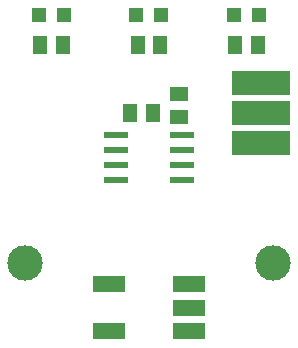
<source format=gts>
G04 (created by PCBNEW (2012-oct-18)-testing) date Mon 29 Oct 2012 19:12:37 NZDT*
%MOIN*%
G04 Gerber Fmt 3.4, Leading zero omitted, Abs format*
%FSLAX34Y34*%
G01*
G70*
G90*
G04 APERTURE LIST*
%ADD10C,0.006*%
%ADD11R,0.19685X0.0787402*%
%ADD12C,0.11811*%
%ADD13R,0.0787X0.0236*%
%ADD14R,0.0512X0.059*%
%ADD15R,0.0472X0.0472*%
%ADD16R,0.059X0.0512*%
%ADD17R,0.108268X0.0551181*%
G04 APERTURE END LIST*
G54D10*
G54D11*
X57500Y-54500D03*
X57500Y-53500D03*
X57500Y-55500D03*
G54D12*
X49615Y-59500D03*
X57884Y-59500D03*
G54D13*
X52650Y-55250D03*
X52650Y-55750D03*
X52650Y-56250D03*
X52650Y-56750D03*
X54850Y-56750D03*
X54850Y-56250D03*
X54850Y-55750D03*
X54850Y-55250D03*
G54D14*
X53875Y-54500D03*
X53125Y-54500D03*
X50125Y-52250D03*
X50875Y-52250D03*
X53375Y-52250D03*
X54125Y-52250D03*
X56625Y-52250D03*
X57375Y-52250D03*
G54D15*
X50087Y-51250D03*
X50913Y-51250D03*
X53337Y-51250D03*
X54163Y-51250D03*
X56587Y-51250D03*
X57413Y-51250D03*
G54D16*
X54750Y-54625D03*
X54750Y-53875D03*
G54D17*
X55088Y-61000D03*
X55088Y-61787D03*
X52411Y-61787D03*
X55088Y-60212D03*
X52411Y-60212D03*
M02*

</source>
